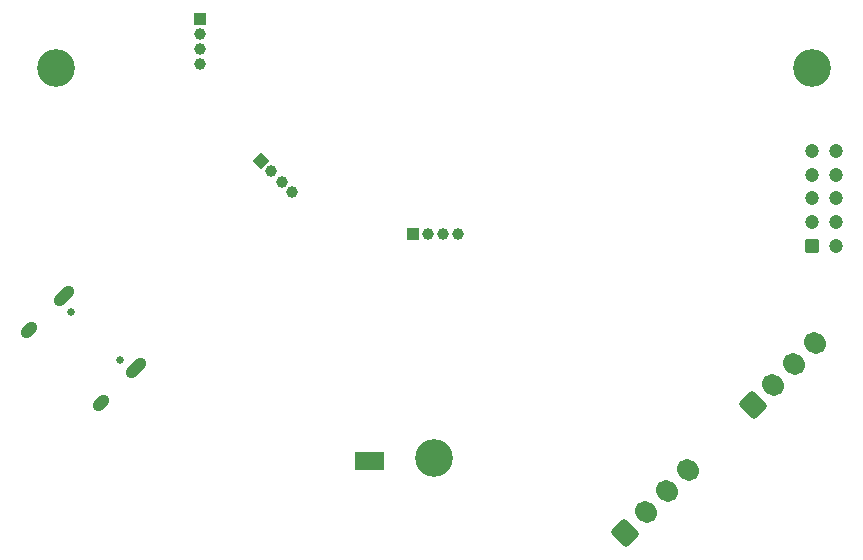
<source format=gbr>
%TF.GenerationSoftware,KiCad,Pcbnew,9.0.3*%
%TF.CreationDate,2025-10-14T09:07:42-04:00*%
%TF.ProjectId,flight_stick,666c6967-6874-45f7-9374-69636b2e6b69,5*%
%TF.SameCoordinates,Original*%
%TF.FileFunction,Soldermask,Bot*%
%TF.FilePolarity,Negative*%
%FSLAX46Y46*%
G04 Gerber Fmt 4.6, Leading zero omitted, Abs format (unit mm)*
G04 Created by KiCad (PCBNEW 9.0.3) date 2025-10-14 09:07:42*
%MOMM*%
%LPD*%
G01*
G04 APERTURE LIST*
G04 Aperture macros list*
%AMRoundRect*
0 Rectangle with rounded corners*
0 $1 Rounding radius*
0 $2 $3 $4 $5 $6 $7 $8 $9 X,Y pos of 4 corners*
0 Add a 4 corners polygon primitive as box body*
4,1,4,$2,$3,$4,$5,$6,$7,$8,$9,$2,$3,0*
0 Add four circle primitives for the rounded corners*
1,1,$1+$1,$2,$3*
1,1,$1+$1,$4,$5*
1,1,$1+$1,$6,$7*
1,1,$1+$1,$8,$9*
0 Add four rect primitives between the rounded corners*
20,1,$1+$1,$2,$3,$4,$5,0*
20,1,$1+$1,$4,$5,$6,$7,0*
20,1,$1+$1,$6,$7,$8,$9,0*
20,1,$1+$1,$8,$9,$2,$3,0*%
%AMHorizOval*
0 Thick line with rounded ends*
0 $1 width*
0 $2 $3 position (X,Y) of the first rounded end (center of the circle)*
0 $4 $5 position (X,Y) of the second rounded end (center of the circle)*
0 Add line between two ends*
20,1,$1,$2,$3,$4,$5,0*
0 Add two circle primitives to create the rounded ends*
1,1,$1,$2,$3*
1,1,$1,$4,$5*%
%AMRotRect*
0 Rectangle, with rotation*
0 The origin of the aperture is its center*
0 $1 length*
0 $2 width*
0 $3 Rotation angle, in degrees counterclockwise*
0 Add horizontal line*
21,1,$1,$2,0,0,$3*%
%AMFreePoly0*
4,1,6,1.000000,0.000000,0.500000,-0.750000,-0.500000,-0.750000,-0.500000,0.750000,0.500000,0.750000,1.000000,0.000000,1.000000,0.000000,$1*%
%AMFreePoly1*
4,1,6,0.500000,-0.750000,-0.650000,-0.750000,-0.150000,0.000000,-0.650000,0.750000,0.500000,0.750000,0.500000,-0.750000,0.500000,-0.750000,$1*%
G04 Aperture macros list end*
%ADD10RotRect,1.000000X1.000000X45.000000*%
%ADD11C,1.000000*%
%ADD12RoundRect,0.250000X0.088388X-0.936916X0.936916X-0.088388X-0.088388X0.936916X-0.936916X0.088388X0*%
%ADD13HorizOval,1.700000X-0.088388X0.088388X0.088388X-0.088388X0*%
%ADD14C,0.650000*%
%ADD15HorizOval,1.000000X-0.388909X-0.388909X0.388909X0.388909X0*%
%ADD16HorizOval,1.000000X-0.212132X-0.212132X0.212132X0.212132X0*%
%ADD17C,3.200000*%
%ADD18RoundRect,0.250000X0.350000X-0.350000X0.350000X0.350000X-0.350000X0.350000X-0.350000X-0.350000X0*%
%ADD19C,1.200000*%
%ADD20R,1.000000X1.000000*%
%ADD21FreePoly0,0.000000*%
%ADD22FreePoly1,0.000000*%
G04 APERTURE END LIST*
%TO.C,JP1*%
G36*
X-67621600Y24621600D02*
G01*
X-65171600Y24621600D01*
X-65171600Y26121600D01*
X-67621600Y26121600D01*
X-67621600Y24621600D01*
G37*
%TD*%
D10*
%TO.C,J12*%
X-75596664Y50781787D03*
D11*
X-74698638Y49883761D03*
X-73800613Y48985736D03*
X-72902587Y48087710D03*
%TD*%
D12*
%TO.C,J1*%
X-33938121Y30052175D03*
D13*
X-32170354Y31819942D03*
X-30402587Y33587709D03*
X-28634820Y35355476D03*
%TD*%
D14*
%TO.C,J10*%
X-91607648Y37969725D03*
X-87520571Y33882648D03*
D15*
X-92244044Y39355655D03*
D16*
X-95199750Y36399948D03*
D15*
X-86134641Y33246252D03*
D16*
X-89090348Y30290546D03*
%TD*%
D17*
%TO.C,H2*%
X-28902587Y58587709D03*
%TD*%
%TO.C,H3*%
X-60902587Y25587709D03*
%TD*%
%TO.C,H1*%
X-92902587Y58587709D03*
%TD*%
D12*
%TO.C,J3*%
X-44705888Y19284408D03*
D13*
X-42938121Y21052175D03*
X-41170354Y22819942D03*
X-39402587Y24587709D03*
%TD*%
D18*
%TO.C,J2*%
X-28902587Y43587709D03*
D19*
X-26902587Y43587709D03*
X-28902587Y45587709D03*
X-26902587Y45587709D03*
X-28902587Y47587709D03*
X-26902587Y47587709D03*
X-28902587Y49587709D03*
X-26902587Y49587709D03*
X-28902587Y51587709D03*
X-26902587Y51587709D03*
%TD*%
D20*
%TO.C,J4*%
X-80702587Y62787709D03*
D11*
X-80702587Y61517709D03*
X-80702587Y60247709D03*
X-80702587Y58977709D03*
%TD*%
D20*
%TO.C,J6*%
X-62712586Y44587709D03*
D11*
X-61442586Y44587709D03*
X-60172586Y44587709D03*
X-58902586Y44587709D03*
%TD*%
D21*
%TO.C,JP1*%
X-67121600Y25371600D03*
D22*
X-65671600Y25371600D03*
%TD*%
M02*

</source>
